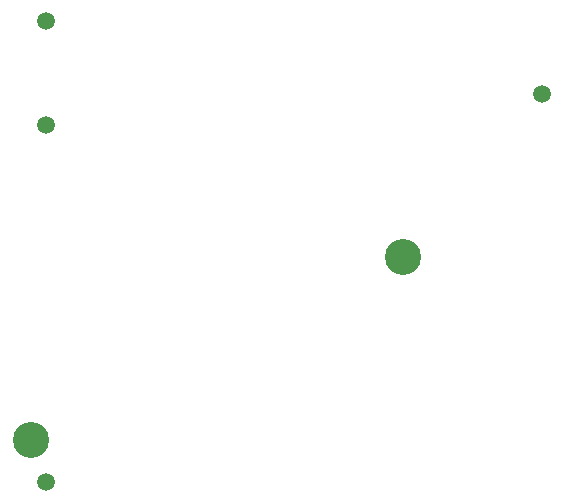
<source format=gbr>
%TF.GenerationSoftware,Altium Limited,Altium Designer,22.11.1 (43)*%
G04 Layer_Color=0*
%FSLAX45Y45*%
%MOMM*%
%TF.SameCoordinates,CBCE8219-7A10-402B-9DFD-5551BF8408A2*%
%TF.FilePolarity,Positive*%
%TF.FileFunction,NonPlated,1,4,NPTH,Drill*%
%TF.Part,Single*%
G01*
G75*
%TA.AperFunction,OtherDrill,Pad Free-HOLE (34.25mm,27.75mm)*%
%ADD81C,3.04800*%
%TA.AperFunction,OtherDrill,Pad Free-HOLE (2.75mm,12.25mm)*%
%ADD82C,3.04800*%
%TA.AperFunction,ComponentDrill*%
%ADD83C,1.50000*%
D81*
X3425000Y2775000D02*
D03*
D82*
X275000Y1225000D02*
D03*
D83*
X401000Y867000D02*
D03*
X4599000Y4154000D02*
D03*
X401000Y3892000D02*
D03*
Y4771000D02*
D03*
%TF.MD5,22f76f2dddbe610af55528439791db35*%
M02*

</source>
